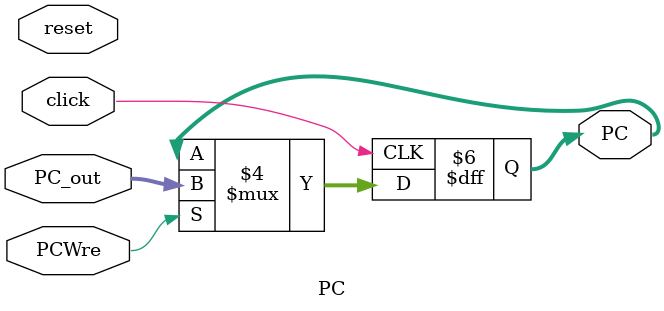
<source format=v>
`timescale 1ns / 1ps
module PC(
    input [31:0] PC_out,
    input click,
    input reset,
    input PCWre,
    output reg[31:0] PC
    );

always@ ( posedge click ) begin
			if (PCWre == 0)
				PC <= PC;
			else
				PC <= PC_out;
end


endmodule

</source>
